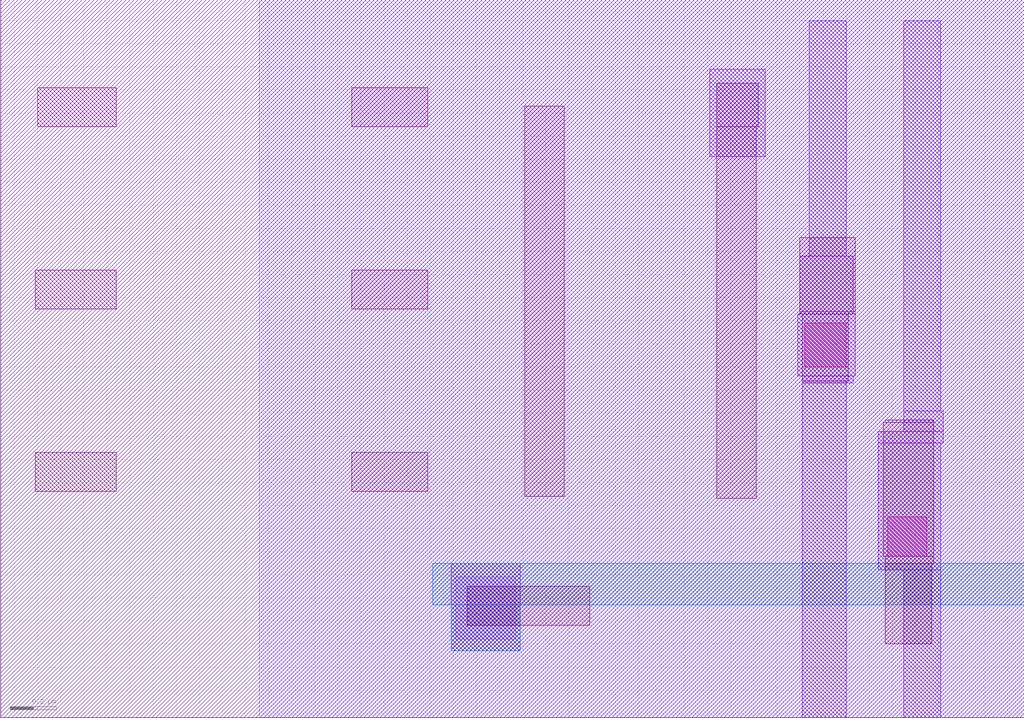
<source format=lef>
VERSION 5.7 ;
  NOWIREEXTENSIONATPIN ON ;
  DIVIDERCHAR "/" ;
  BUSBITCHARS "[]" ;
UNITS
  DATABASE MICRONS 200 ;
END UNITS

LAYER via2
  TYPE CUT ;
END via2

LAYER via
  TYPE CUT ;
END via

LAYER nwell
  TYPE MASTERSLICE ;
END nwell

LAYER via3
  TYPE CUT ;
END via3

LAYER pwell
  TYPE MASTERSLICE ;
END pwell

LAYER via4
  TYPE CUT ;
END via4

LAYER mcon
  TYPE CUT ;
END mcon

LAYER met6
  TYPE ROUTING ;
  WIDTH 0.030000 ;
  SPACING 0.040000 ;
  DIRECTION HORIZONTAL ;
END met6

LAYER met1
  TYPE ROUTING ;
  WIDTH 0.140000 ;
  SPACING 0.140000 ;
  DIRECTION HORIZONTAL ;
END met1

LAYER met3
  TYPE ROUTING ;
  WIDTH 0.300000 ;
  SPACING 0.300000 ;
  DIRECTION HORIZONTAL ;
END met3

LAYER met2
  TYPE ROUTING ;
  WIDTH 0.140000 ;
  SPACING 0.140000 ;
  DIRECTION HORIZONTAL ;
END met2

LAYER met4
  TYPE ROUTING ;
  WIDTH 0.300000 ;
  SPACING 0.300000 ;
  DIRECTION HORIZONTAL ;
END met4

LAYER met5
  TYPE ROUTING ;
  WIDTH 1.600000 ;
  SPACING 1.600000 ;
  DIRECTION HORIZONTAL ;
END met5

LAYER li1
  TYPE ROUTING ;
  WIDTH 0.170000 ;
  SPACING 0.170000 ;
  DIRECTION HORIZONTAL ;
END li1

MACRO sky130_hilas_horiztranscell01
  CLASS BLOCK ;
  FOREIGN sky130_hilas_horiztranscell01 ;
  ORIGIN 4.760 -0.480 ;
  SIZE 4.430 BY 3.110 ;
  OBS
      LAYER nwell ;
        RECT -3.640 0.480 -0.330 3.590 ;
      LAYER li1 ;
        RECT -4.600 3.040 -4.260 3.210 ;
        RECT -3.240 3.040 -2.910 3.210 ;
        RECT -4.610 2.250 -4.260 2.420 ;
        RECT -3.240 2.250 -2.910 2.420 ;
        RECT -4.610 1.460 -4.260 1.630 ;
        RECT -3.240 1.460 -2.910 1.630 ;
        RECT -2.490 1.440 -2.320 3.130 ;
        RECT -1.660 3.040 -1.480 3.230 ;
        RECT -1.660 1.430 -1.490 3.040 ;
        RECT -1.300 2.230 -1.060 2.560 ;
        RECT -1.290 1.940 -1.090 2.230 ;
        RECT -1.290 1.930 -1.100 1.940 ;
        RECT -0.930 1.760 -0.720 1.770 ;
        RECT -0.940 1.180 -0.720 1.760 ;
        RECT -0.930 1.150 -0.720 1.180 ;
        RECT -2.740 0.880 -2.210 1.050 ;
        RECT -0.930 0.800 -0.730 1.150 ;
      LAYER mcon ;
        RECT -1.280 2.000 -1.100 2.190 ;
        RECT -0.920 1.180 -0.750 1.350 ;
      LAYER met1 ;
        RECT -1.690 2.910 -1.450 3.290 ;
        RECT -1.260 2.480 -1.100 3.500 ;
        RECT -1.300 2.240 -1.070 2.480 ;
        RECT -1.300 2.230 -1.060 2.240 ;
        RECT -1.310 1.960 -1.060 2.230 ;
        RECT -1.290 1.930 -1.070 1.960 ;
        RECT -2.810 0.770 -2.510 1.150 ;
        RECT -1.290 0.480 -1.100 1.930 ;
        RECT -0.850 1.810 -0.690 3.500 ;
        RECT -0.850 1.720 -0.680 1.810 ;
        RECT -0.960 1.670 -0.680 1.720 ;
        RECT -0.960 1.120 -0.690 1.670 ;
        RECT -0.850 0.480 -0.690 1.120 ;
      LAYER via ;
        RECT -2.790 0.820 -2.530 1.090 ;
      LAYER met2 ;
        RECT -2.890 0.970 -0.330 1.150 ;
        RECT -2.810 0.770 -2.510 0.970 ;
  END
END sky130_hilas_horiztranscell01
END LIBRARY


</source>
